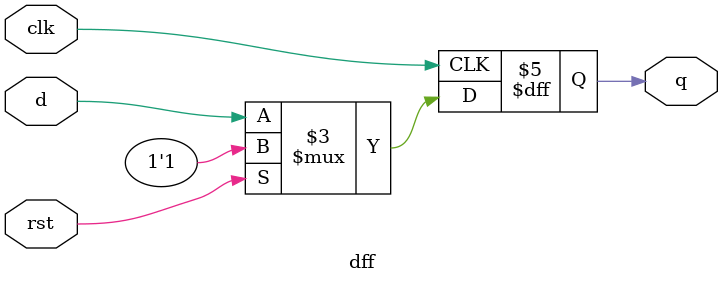
<source format=v>
module dff(
    input wire clk,
    input wire rst,  
    input wire d,
    output reg q
);
    always @(posedge clk) begin
        if (rst)
            q <= 1'b1;
        else
            q <= d;
    end
    
endmodule

</source>
